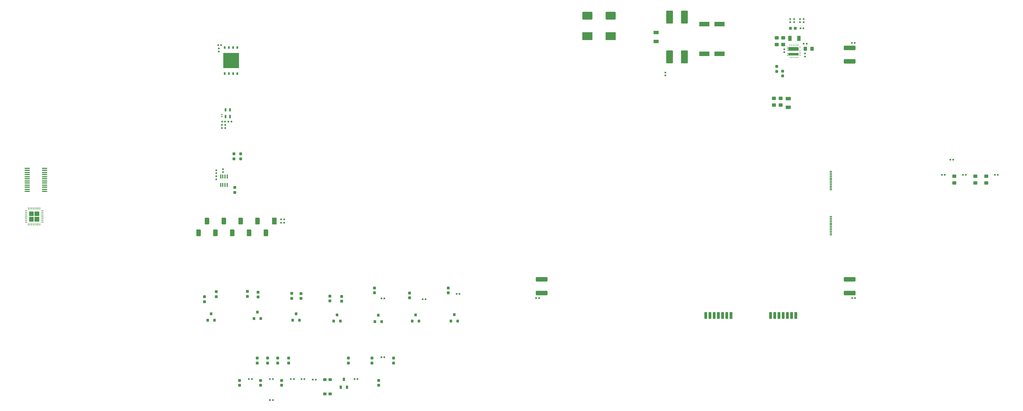
<source format=gtp>
G04*
G04 #@! TF.GenerationSoftware,Altium Limited,Altium Designer,24.10.1 (45)*
G04*
G04 Layer_Color=8421504*
%FSLAX44Y44*%
%MOMM*%
G71*
G04*
G04 #@! TF.SameCoordinates,24BC4850-7E81-497A-B660-34607D59122C*
G04*
G04*
G04 #@! TF.FilePolarity,Positive*
G04*
G01*
G75*
%ADD19R,0.4064X0.3048*%
%ADD20R,0.6492X0.2992*%
G04:AMPARAMS|DCode=21|XSize=1.9812mm|YSize=0.8382mm|CornerRadius=0.1213mm|HoleSize=0mm|Usage=FLASHONLY|Rotation=270.000|XOffset=0mm|YOffset=0mm|HoleType=Round|Shape=RoundedRectangle|*
%AMROUNDEDRECTD21*
21,1,1.9812,0.5956,0,0,270.0*
21,1,1.7386,0.8382,0,0,270.0*
1,1,0.2426,-0.2978,-0.8693*
1,1,0.2426,-0.2978,0.8693*
1,1,0.2426,0.2978,0.8693*
1,1,0.2426,0.2978,-0.8693*
%
%ADD21ROUNDEDRECTD21*%
G04:AMPARAMS|DCode=22|XSize=1.9812mm|YSize=0.8382mm|CornerRadius=0.0191mm|HoleSize=0mm|Usage=FLASHONLY|Rotation=270.000|XOffset=0mm|YOffset=0mm|HoleType=Round|Shape=RoundedRectangle|*
%AMROUNDEDRECTD22*
21,1,1.9812,0.8001,0,0,270.0*
21,1,1.9431,0.8382,0,0,270.0*
1,1,0.0381,-0.4001,-0.9716*
1,1,0.0381,-0.4001,0.9716*
1,1,0.0381,0.4001,0.9716*
1,1,0.0381,0.4001,-0.9716*
%
%ADD22ROUNDEDRECTD22*%
G04:AMPARAMS|DCode=23|XSize=0.508mm|YSize=0.508mm|CornerRadius=0.1524mm|HoleSize=0mm|Usage=FLASHONLY|Rotation=90.000|XOffset=0mm|YOffset=0mm|HoleType=Round|Shape=RoundedRectangle|*
%AMROUNDEDRECTD23*
21,1,0.5080,0.2032,0,0,90.0*
21,1,0.2032,0.5080,0,0,90.0*
1,1,0.3048,0.1016,0.1016*
1,1,0.3048,0.1016,-0.1016*
1,1,0.3048,-0.1016,-0.1016*
1,1,0.3048,-0.1016,0.1016*
%
%ADD23ROUNDEDRECTD23*%
G04:AMPARAMS|DCode=24|XSize=0.508mm|YSize=0.508mm|CornerRadius=0.127mm|HoleSize=0mm|Usage=FLASHONLY|Rotation=90.000|XOffset=0mm|YOffset=0mm|HoleType=Round|Shape=RoundedRectangle|*
%AMROUNDEDRECTD24*
21,1,0.5080,0.2540,0,0,90.0*
21,1,0.2540,0.5080,0,0,90.0*
1,1,0.2540,0.1270,0.1270*
1,1,0.2540,0.1270,-0.1270*
1,1,0.2540,-0.1270,-0.1270*
1,1,0.2540,-0.1270,0.1270*
%
%ADD24ROUNDEDRECTD24*%
G04:AMPARAMS|DCode=25|XSize=1.2192mm|YSize=0.9652mm|CornerRadius=0.1016mm|HoleSize=0mm|Usage=FLASHONLY|Rotation=180.000|XOffset=0mm|YOffset=0mm|HoleType=Round|Shape=RoundedRectangle|*
%AMROUNDEDRECTD25*
21,1,1.2192,0.7620,0,0,180.0*
21,1,1.0160,0.9652,0,0,180.0*
1,1,0.2032,-0.5080,0.3810*
1,1,0.2032,0.5080,0.3810*
1,1,0.2032,0.5080,-0.3810*
1,1,0.2032,-0.5080,-0.3810*
%
%ADD25ROUNDEDRECTD25*%
G04:AMPARAMS|DCode=26|XSize=1.5748mm|YSize=1.0668mm|CornerRadius=0.1143mm|HoleSize=0mm|Usage=FLASHONLY|Rotation=0.000|XOffset=0mm|YOffset=0mm|HoleType=Round|Shape=RoundedRectangle|*
%AMROUNDEDRECTD26*
21,1,1.5748,0.8382,0,0,0.0*
21,1,1.3462,1.0668,0,0,0.0*
1,1,0.2286,0.6731,-0.4191*
1,1,0.2286,-0.6731,-0.4191*
1,1,0.2286,-0.6731,0.4191*
1,1,0.2286,0.6731,0.4191*
%
%ADD26ROUNDEDRECTD26*%
G04:AMPARAMS|DCode=27|XSize=0.8992mm|YSize=0.8992mm|CornerRadius=0.1504mm|HoleSize=0mm|Usage=FLASHONLY|Rotation=180.000|XOffset=0mm|YOffset=0mm|HoleType=Round|Shape=RoundedRectangle|*
%AMROUNDEDRECTD27*
21,1,0.8992,0.5985,0,0,180.0*
21,1,0.5985,0.8992,0,0,180.0*
1,1,0.3007,-0.2993,0.2993*
1,1,0.3007,0.2993,0.2993*
1,1,0.3007,0.2993,-0.2993*
1,1,0.3007,-0.2993,-0.2993*
%
%ADD27ROUNDEDRECTD27*%
G04:AMPARAMS|DCode=28|XSize=0.1992mm|YSize=0.3992mm|CornerRadius=0.0059mm|HoleSize=0mm|Usage=FLASHONLY|Rotation=270.000|XOffset=0mm|YOffset=0mm|HoleType=Round|Shape=RoundedRectangle|*
%AMROUNDEDRECTD28*
21,1,0.1992,0.3875,0,0,270.0*
21,1,0.1875,0.3992,0,0,270.0*
1,1,0.0117,-0.1938,-0.0938*
1,1,0.0117,-0.1938,0.0938*
1,1,0.0117,0.1938,0.0938*
1,1,0.0117,0.1938,-0.0938*
%
%ADD28ROUNDEDRECTD28*%
G04:AMPARAMS|DCode=29|XSize=0.3992mm|YSize=0.1992mm|CornerRadius=0.0059mm|HoleSize=0mm|Usage=FLASHONLY|Rotation=270.000|XOffset=0mm|YOffset=0mm|HoleType=Round|Shape=RoundedRectangle|*
%AMROUNDEDRECTD29*
21,1,0.3992,0.1875,0,0,270.0*
21,1,0.3875,0.1992,0,0,270.0*
1,1,0.0117,-0.0938,-0.1938*
1,1,0.0117,-0.0938,0.1938*
1,1,0.0117,0.0938,0.1938*
1,1,0.0117,0.0938,-0.1938*
%
%ADD29ROUNDEDRECTD29*%
G04:AMPARAMS|DCode=30|XSize=0.3992mm|YSize=0.1992mm|CornerRadius=0mm|HoleSize=0mm|Usage=FLASHONLY|Rotation=270.000|XOffset=0mm|YOffset=0mm|HoleType=Round|Shape=RoundedRectangle|*
%AMROUNDEDRECTD30*
21,1,0.3992,0.1992,0,0,270.0*
21,1,0.3992,0.1992,0,0,270.0*
1,1,0.0000,-0.0996,-0.1996*
1,1,0.0000,-0.0996,0.1996*
1,1,0.0000,0.0996,0.1996*
1,1,0.0000,0.0996,-0.1996*
%
%ADD30ROUNDEDRECTD30*%
G04:AMPARAMS|DCode=31|XSize=0.1778mm|YSize=0.254mm|CornerRadius=0.0032mm|HoleSize=0mm|Usage=FLASHONLY|Rotation=270.000|XOffset=0mm|YOffset=0mm|HoleType=Round|Shape=RoundedRectangle|*
%AMROUNDEDRECTD31*
21,1,0.1778,0.2477,0,0,270.0*
21,1,0.1715,0.2540,0,0,270.0*
1,1,0.0064,-0.1238,-0.0857*
1,1,0.0064,-0.1238,0.0857*
1,1,0.0064,0.1238,0.0857*
1,1,0.0064,0.1238,-0.0857*
%
%ADD31ROUNDEDRECTD31*%
G04:AMPARAMS|DCode=32|XSize=1.6002mm|YSize=0.3556mm|CornerRadius=0.0417mm|HoleSize=0mm|Usage=FLASHONLY|Rotation=0.000|XOffset=0mm|YOffset=0mm|HoleType=Round|Shape=RoundedRectangle|*
%AMROUNDEDRECTD32*
21,1,1.6002,0.2723,0,0,0.0*
21,1,1.5169,0.3556,0,0,0.0*
1,1,0.0833,0.7584,-0.1361*
1,1,0.0833,-0.7584,-0.1361*
1,1,0.0833,-0.7584,0.1361*
1,1,0.0833,0.7584,0.1361*
%
%ADD32ROUNDEDRECTD32*%
G04:AMPARAMS|DCode=33|XSize=1.6002mm|YSize=0.3556mm|CornerRadius=0mm|HoleSize=0mm|Usage=FLASHONLY|Rotation=0.000|XOffset=0mm|YOffset=0mm|HoleType=Round|Shape=RoundedRectangle|*
%AMROUNDEDRECTD33*
21,1,1.6002,0.3556,0,0,0.0*
21,1,1.6002,0.3556,0,0,0.0*
1,1,0.0000,0.8001,-0.1778*
1,1,0.0000,-0.8001,-0.1778*
1,1,0.0000,-0.8001,0.1778*
1,1,0.0000,0.8001,0.1778*
%
%ADD33ROUNDEDRECTD33*%
G04:AMPARAMS|DCode=34|XSize=0.2032mm|YSize=0.7112mm|CornerRadius=0.0165mm|HoleSize=0mm|Usage=FLASHONLY|Rotation=180.000|XOffset=0mm|YOffset=0mm|HoleType=Round|Shape=RoundedRectangle|*
%AMROUNDEDRECTD34*
21,1,0.2032,0.6782,0,0,180.0*
21,1,0.1702,0.7112,0,0,180.0*
1,1,0.0330,-0.0851,0.3391*
1,1,0.0330,0.0851,0.3391*
1,1,0.0330,0.0851,-0.3391*
1,1,0.0330,-0.0851,-0.3391*
%
%ADD34ROUNDEDRECTD34*%
G04:AMPARAMS|DCode=35|XSize=0.2032mm|YSize=0.7112mm|CornerRadius=0.0165mm|HoleSize=0mm|Usage=FLASHONLY|Rotation=270.000|XOffset=0mm|YOffset=0mm|HoleType=Round|Shape=RoundedRectangle|*
%AMROUNDEDRECTD35*
21,1,0.2032,0.6782,0,0,270.0*
21,1,0.1702,0.7112,0,0,270.0*
1,1,0.0330,-0.3391,-0.0851*
1,1,0.0330,-0.3391,0.0851*
1,1,0.0330,0.3391,0.0851*
1,1,0.0330,0.3391,-0.0851*
%
%ADD35ROUNDEDRECTD35*%
G04:AMPARAMS|DCode=36|XSize=0.2032mm|YSize=0.7112mm|CornerRadius=0mm|HoleSize=0mm|Usage=FLASHONLY|Rotation=270.000|XOffset=0mm|YOffset=0mm|HoleType=Round|Shape=RoundedRectangle|*
%AMROUNDEDRECTD36*
21,1,0.2032,0.7112,0,0,270.0*
21,1,0.2032,0.7112,0,0,270.0*
1,1,0.0000,-0.3556,-0.1016*
1,1,0.0000,-0.3556,0.1016*
1,1,0.0000,0.3556,0.1016*
1,1,0.0000,0.3556,-0.1016*
%
%ADD36ROUNDEDRECTD36*%
G04:AMPARAMS|DCode=37|XSize=0.508mm|YSize=0.508mm|CornerRadius=0.1524mm|HoleSize=0mm|Usage=FLASHONLY|Rotation=0.000|XOffset=0mm|YOffset=0mm|HoleType=Round|Shape=RoundedRectangle|*
%AMROUNDEDRECTD37*
21,1,0.5080,0.2032,0,0,0.0*
21,1,0.2032,0.5080,0,0,0.0*
1,1,0.3048,0.1016,-0.1016*
1,1,0.3048,-0.1016,-0.1016*
1,1,0.3048,-0.1016,0.1016*
1,1,0.3048,0.1016,0.1016*
%
%ADD37ROUNDEDRECTD37*%
G04:AMPARAMS|DCode=38|XSize=0.508mm|YSize=0.508mm|CornerRadius=0.127mm|HoleSize=0mm|Usage=FLASHONLY|Rotation=180.000|XOffset=0mm|YOffset=0mm|HoleType=Round|Shape=RoundedRectangle|*
%AMROUNDEDRECTD38*
21,1,0.5080,0.2540,0,0,180.0*
21,1,0.2540,0.5080,0,0,180.0*
1,1,0.2540,-0.1270,0.1270*
1,1,0.2540,0.1270,0.1270*
1,1,0.2540,0.1270,-0.1270*
1,1,0.2540,-0.1270,-0.1270*
%
%ADD38ROUNDEDRECTD38*%
G04:AMPARAMS|DCode=39|XSize=1.5748mm|YSize=1.0668mm|CornerRadius=0.1143mm|HoleSize=0mm|Usage=FLASHONLY|Rotation=90.000|XOffset=0mm|YOffset=0mm|HoleType=Round|Shape=RoundedRectangle|*
%AMROUNDEDRECTD39*
21,1,1.5748,0.8382,0,0,90.0*
21,1,1.3462,1.0668,0,0,90.0*
1,1,0.2286,0.4191,0.6731*
1,1,0.2286,0.4191,-0.6731*
1,1,0.2286,-0.4191,-0.6731*
1,1,0.2286,-0.4191,0.6731*
%
%ADD39ROUNDEDRECTD39*%
G04:AMPARAMS|DCode=40|XSize=1.2192mm|YSize=0.9652mm|CornerRadius=0.1016mm|HoleSize=0mm|Usage=FLASHONLY|Rotation=90.000|XOffset=0mm|YOffset=0mm|HoleType=Round|Shape=RoundedRectangle|*
%AMROUNDEDRECTD40*
21,1,1.2192,0.7620,0,0,90.0*
21,1,1.0160,0.9652,0,0,90.0*
1,1,0.2032,0.3810,0.5080*
1,1,0.2032,0.3810,-0.5080*
1,1,0.2032,-0.3810,-0.5080*
1,1,0.2032,-0.3810,0.5080*
%
%ADD40ROUNDEDRECTD40*%
G04:AMPARAMS|DCode=41|XSize=0.8992mm|YSize=0.8992mm|CornerRadius=0.1504mm|HoleSize=0mm|Usage=FLASHONLY|Rotation=90.000|XOffset=0mm|YOffset=0mm|HoleType=Round|Shape=RoundedRectangle|*
%AMROUNDEDRECTD41*
21,1,0.8992,0.5985,0,0,90.0*
21,1,0.5985,0.8992,0,0,90.0*
1,1,0.3007,0.2993,0.2993*
1,1,0.3007,0.2993,-0.2993*
1,1,0.3007,-0.2993,-0.2993*
1,1,0.3007,-0.2993,0.2993*
%
%ADD41ROUNDEDRECTD41*%
%ADD42R,4.7752X4.6482*%
G04:AMPARAMS|DCode=43|XSize=0.762mm|YSize=0.4572mm|CornerRadius=0.0381mm|HoleSize=0mm|Usage=FLASHONLY|Rotation=90.000|XOffset=0mm|YOffset=0mm|HoleType=Round|Shape=RoundedRectangle|*
%AMROUNDEDRECTD43*
21,1,0.7620,0.3810,0,0,90.0*
21,1,0.6858,0.4572,0,0,90.0*
1,1,0.0762,0.1905,0.3429*
1,1,0.0762,0.1905,-0.3429*
1,1,0.0762,-0.1905,-0.3429*
1,1,0.0762,-0.1905,0.3429*
%
%ADD43ROUNDEDRECTD43*%
G04:AMPARAMS|DCode=44|XSize=0.762mm|YSize=0.4572mm|CornerRadius=0mm|HoleSize=0mm|Usage=FLASHONLY|Rotation=90.000|XOffset=0mm|YOffset=0mm|HoleType=Round|Shape=RoundedRectangle|*
%AMROUNDEDRECTD44*
21,1,0.7620,0.4572,0,0,90.0*
21,1,0.7620,0.4572,0,0,90.0*
1,1,0.0000,0.2286,0.3810*
1,1,0.0000,0.2286,-0.3810*
1,1,0.0000,-0.2286,-0.3810*
1,1,0.0000,-0.2286,0.3810*
%
%ADD44ROUNDEDRECTD44*%
G04:AMPARAMS|DCode=45|XSize=0.508mm|YSize=0.508mm|CornerRadius=0.0254mm|HoleSize=0mm|Usage=FLASHONLY|Rotation=90.000|XOffset=0mm|YOffset=0mm|HoleType=Round|Shape=RoundedRectangle|*
%AMROUNDEDRECTD45*
21,1,0.5080,0.4572,0,0,90.0*
21,1,0.4572,0.5080,0,0,90.0*
1,1,0.0508,0.2286,0.2286*
1,1,0.0508,0.2286,-0.2286*
1,1,0.0508,-0.2286,-0.2286*
1,1,0.0508,-0.2286,0.2286*
%
%ADD45ROUNDEDRECTD45*%
G04:AMPARAMS|DCode=46|XSize=0.762mm|YSize=0.8382mm|CornerRadius=0.1087mm|HoleSize=0mm|Usage=FLASHONLY|Rotation=0.000|XOffset=0mm|YOffset=0mm|HoleType=Round|Shape=RoundedRectangle|*
%AMROUNDEDRECTD46*
21,1,0.7620,0.6208,0,0,0.0*
21,1,0.5446,0.8382,0,0,0.0*
1,1,0.2174,0.2723,-0.3104*
1,1,0.2174,-0.2723,-0.3104*
1,1,0.2174,-0.2723,0.3104*
1,1,0.2174,0.2723,0.3104*
%
%ADD46ROUNDEDRECTD46*%
G04:AMPARAMS|DCode=47|XSize=0.762mm|YSize=0.8382mm|CornerRadius=0.0152mm|HoleSize=0mm|Usage=FLASHONLY|Rotation=0.000|XOffset=0mm|YOffset=0mm|HoleType=Round|Shape=RoundedRectangle|*
%AMROUNDEDRECTD47*
21,1,0.7620,0.8077,0,0,0.0*
21,1,0.7315,0.8382,0,0,0.0*
1,1,0.0305,0.3658,-0.4039*
1,1,0.0305,-0.3658,-0.4039*
1,1,0.0305,-0.3658,0.4039*
1,1,0.0305,0.3658,0.4039*
%
%ADD47ROUNDEDRECTD47*%
G04:AMPARAMS|DCode=48|XSize=1.143mm|YSize=0.4064mm|CornerRadius=0.05mm|HoleSize=0mm|Usage=FLASHONLY|Rotation=270.000|XOffset=0mm|YOffset=0mm|HoleType=Round|Shape=RoundedRectangle|*
%AMROUNDEDRECTD48*
21,1,1.1430,0.3063,0,0,270.0*
21,1,1.0429,0.4064,0,0,270.0*
1,1,0.1001,-0.1532,-0.5215*
1,1,0.1001,-0.1532,0.5215*
1,1,0.1001,0.1532,0.5215*
1,1,0.1001,0.1532,-0.5215*
%
%ADD48ROUNDEDRECTD48*%
G04:AMPARAMS|DCode=49|XSize=1.143mm|YSize=0.4064mm|CornerRadius=0mm|HoleSize=0mm|Usage=FLASHONLY|Rotation=90.000|XOffset=0mm|YOffset=0mm|HoleType=Round|Shape=RoundedRectangle|*
%AMROUNDEDRECTD49*
21,1,1.1430,0.4064,0,0,90.0*
21,1,1.1430,0.4064,0,0,90.0*
1,1,0.0000,0.2032,0.5715*
1,1,0.0000,0.2032,-0.5715*
1,1,0.0000,-0.2032,-0.5715*
1,1,0.0000,-0.2032,0.5715*
%
%ADD49ROUNDEDRECTD49*%
G04:AMPARAMS|DCode=50|XSize=1.016mm|YSize=0.4572mm|CornerRadius=0.0584mm|HoleSize=0mm|Usage=FLASHONLY|Rotation=90.000|XOffset=0mm|YOffset=0mm|HoleType=Round|Shape=RoundedRectangle|*
%AMROUNDEDRECTD50*
21,1,1.0160,0.3404,0,0,90.0*
21,1,0.8992,0.4572,0,0,90.0*
1,1,0.1168,0.1702,0.4496*
1,1,0.1168,0.1702,-0.4496*
1,1,0.1168,-0.1702,-0.4496*
1,1,0.1168,-0.1702,0.4496*
%
%ADD50ROUNDEDRECTD50*%
G04:AMPARAMS|DCode=51|XSize=1.016mm|YSize=0.4572mm|CornerRadius=0mm|HoleSize=0mm|Usage=FLASHONLY|Rotation=90.000|XOffset=0mm|YOffset=0mm|HoleType=Round|Shape=RoundedRectangle|*
%AMROUNDEDRECTD51*
21,1,1.0160,0.4572,0,0,90.0*
21,1,1.0160,0.4572,0,0,90.0*
1,1,0.0000,0.2286,0.5080*
1,1,0.0000,0.2286,-0.5080*
1,1,0.0000,-0.2286,-0.5080*
1,1,0.0000,-0.2286,0.5080*
%
%ADD51ROUNDEDRECTD51*%
G04:AMPARAMS|DCode=52|XSize=0.6604mm|YSize=0.9652mm|CornerRadius=0.0102mm|HoleSize=0mm|Usage=FLASHONLY|Rotation=0.000|XOffset=0mm|YOffset=0mm|HoleType=Round|Shape=RoundedRectangle|*
%AMROUNDEDRECTD52*
21,1,0.6604,0.9449,0,0,0.0*
21,1,0.6401,0.9652,0,0,0.0*
1,1,0.0203,0.3200,-0.4724*
1,1,0.0203,-0.3200,-0.4724*
1,1,0.0203,-0.3200,0.4724*
1,1,0.0203,0.3200,0.4724*
%
%ADD52ROUNDEDRECTD52*%
G04:AMPARAMS|DCode=53|XSize=0.6604mm|YSize=0.9652mm|CornerRadius=0.0635mm|HoleSize=0mm|Usage=FLASHONLY|Rotation=0.000|XOffset=0mm|YOffset=0mm|HoleType=Round|Shape=RoundedRectangle|*
%AMROUNDEDRECTD53*
21,1,0.6604,0.8382,0,0,0.0*
21,1,0.5334,0.9652,0,0,0.0*
1,1,0.1270,0.2667,-0.4191*
1,1,0.1270,-0.2667,-0.4191*
1,1,0.1270,-0.2667,0.4191*
1,1,0.1270,0.2667,0.4191*
%
%ADD53ROUNDEDRECTD53*%
G04:AMPARAMS|DCode=54|XSize=0.8382mm|YSize=0.9652mm|CornerRadius=0.0857mm|HoleSize=0mm|Usage=FLASHONLY|Rotation=90.000|XOffset=0mm|YOffset=0mm|HoleType=Round|Shape=RoundedRectangle|*
%AMROUNDEDRECTD54*
21,1,0.8382,0.7938,0,0,90.0*
21,1,0.6668,0.9652,0,0,90.0*
1,1,0.1715,0.3969,0.3334*
1,1,0.1715,0.3969,-0.3334*
1,1,0.1715,-0.3969,-0.3334*
1,1,0.1715,-0.3969,0.3334*
%
%ADD54ROUNDEDRECTD54*%
G04:AMPARAMS|DCode=55|XSize=1.3716mm|YSize=1.9812mm|CornerRadius=0.1524mm|HoleSize=0mm|Usage=FLASHONLY|Rotation=180.000|XOffset=0mm|YOffset=0mm|HoleType=Round|Shape=RoundedRectangle|*
%AMROUNDEDRECTD55*
21,1,1.3716,1.6764,0,0,180.0*
21,1,1.0668,1.9812,0,0,180.0*
1,1,0.3048,-0.5334,0.8382*
1,1,0.3048,0.5334,0.8382*
1,1,0.3048,0.5334,-0.8382*
1,1,0.3048,-0.5334,-0.8382*
%
%ADD55ROUNDEDRECTD55*%
G04:AMPARAMS|DCode=56|XSize=1.3716mm|YSize=1.9812mm|CornerRadius=0.0457mm|HoleSize=0mm|Usage=FLASHONLY|Rotation=180.000|XOffset=0mm|YOffset=0mm|HoleType=Round|Shape=RoundedRectangle|*
%AMROUNDEDRECTD56*
21,1,1.3716,1.8898,0,0,180.0*
21,1,1.2802,1.9812,0,0,180.0*
1,1,0.0914,-0.6401,0.9449*
1,1,0.0914,0.6401,0.9449*
1,1,0.0914,0.6401,-0.9449*
1,1,0.0914,-0.6401,-0.9449*
%
%ADD56ROUNDEDRECTD56*%
G04:AMPARAMS|DCode=57|XSize=3.1242mm|YSize=2.413mm|CornerRadius=0.0978mm|HoleSize=0mm|Usage=FLASHONLY|Rotation=180.000|XOffset=0mm|YOffset=0mm|HoleType=Round|Shape=RoundedRectangle|*
%AMROUNDEDRECTD57*
21,1,3.1242,2.2174,0,0,180.0*
21,1,2.9286,2.4130,0,0,180.0*
1,1,0.1956,-1.4643,1.1087*
1,1,0.1956,1.4643,1.1087*
1,1,0.1956,1.4643,-1.1087*
1,1,0.1956,-1.4643,-1.1087*
%
%ADD57ROUNDEDRECTD57*%
G04:AMPARAMS|DCode=58|XSize=3.1242mm|YSize=2.413mm|CornerRadius=0.3811mm|HoleSize=0mm|Usage=FLASHONLY|Rotation=180.000|XOffset=0mm|YOffset=0mm|HoleType=Round|Shape=RoundedRectangle|*
%AMROUNDEDRECTD58*
21,1,3.1242,1.6508,0,0,180.0*
21,1,2.3620,2.4130,0,0,180.0*
1,1,0.7623,-1.1810,0.8254*
1,1,0.7623,1.1810,0.8254*
1,1,0.7623,1.1810,-0.8254*
1,1,0.7623,-1.1810,-0.8254*
%
%ADD58ROUNDEDRECTD58*%
G04:AMPARAMS|DCode=59|XSize=1.9812mm|YSize=3.9116mm|CornerRadius=0.0762mm|HoleSize=0mm|Usage=FLASHONLY|Rotation=180.000|XOffset=0mm|YOffset=0mm|HoleType=Round|Shape=RoundedRectangle|*
%AMROUNDEDRECTD59*
21,1,1.9812,3.7592,0,0,180.0*
21,1,1.8288,3.9116,0,0,180.0*
1,1,0.1524,-0.9144,1.8796*
1,1,0.1524,0.9144,1.8796*
1,1,0.1524,0.9144,-1.8796*
1,1,0.1524,-0.9144,-1.8796*
%
%ADD59ROUNDEDRECTD59*%
G04:AMPARAMS|DCode=60|XSize=1.9812mm|YSize=3.9116mm|CornerRadius=0.2286mm|HoleSize=0mm|Usage=FLASHONLY|Rotation=180.000|XOffset=0mm|YOffset=0mm|HoleType=Round|Shape=RoundedRectangle|*
%AMROUNDEDRECTD60*
21,1,1.9812,3.4544,0,0,180.0*
21,1,1.5240,3.9116,0,0,180.0*
1,1,0.4572,-0.7620,1.7272*
1,1,0.4572,0.7620,1.7272*
1,1,0.4572,0.7620,-1.7272*
1,1,0.4572,-0.7620,-1.7272*
%
%ADD60ROUNDEDRECTD60*%
%ADD61R,3.0988X1.4478*%
G04:AMPARAMS|DCode=62|XSize=1.3462mm|YSize=3.5052mm|CornerRadius=0.1492mm|HoleSize=0mm|Usage=FLASHONLY|Rotation=270.000|XOffset=0mm|YOffset=0mm|HoleType=Round|Shape=RoundedRectangle|*
%AMROUNDEDRECTD62*
21,1,1.3462,3.2068,0,0,270.0*
21,1,1.0478,3.5052,0,0,270.0*
1,1,0.2985,-1.6034,-0.5239*
1,1,0.2985,-1.6034,0.5239*
1,1,0.2985,1.6034,0.5239*
1,1,0.2985,1.6034,-0.5239*
%
%ADD62ROUNDEDRECTD62*%
G36*
X3320104Y2397090D02*
Y2397090D01*
D01*
X3320113Y2397024D01*
X3320138Y2396962D01*
X3320179Y2396909D01*
X3320232Y2396868D01*
X3320294Y2396843D01*
X3320360Y2396834D01*
D01*
X3320360D01*
X3348267D01*
X3351104Y2394470D01*
Y2385296D01*
X3317316D01*
Y2387284D01*
X3320360D01*
X3320426Y2387293D01*
X3320488Y2387318D01*
X3320541Y2387359D01*
X3320582Y2387412D01*
X3320608Y2387474D01*
X3320616Y2387540D01*
Y2390040D01*
X3320608Y2390106D01*
X3320582Y2390168D01*
X3320541Y2390221D01*
X3320488Y2390262D01*
X3320426Y2390287D01*
X3320360Y2390296D01*
X3317316D01*
Y2392284D01*
X3320360D01*
X3320426Y2392292D01*
X3320488Y2392318D01*
X3320541Y2392359D01*
X3320582Y2392412D01*
X3320608Y2392474D01*
X3320616Y2392540D01*
Y2395040D01*
X3320608Y2395106D01*
X3320582Y2395168D01*
X3320541Y2395221D01*
X3320488Y2395262D01*
X3320426Y2395287D01*
X3320360Y2395296D01*
X3317316D01*
Y2397284D01*
X3320104Y2397284D01*
Y2397090D01*
D02*
G37*
G36*
X3351104Y2370746D02*
X3320360D01*
X3320294Y2370737D01*
X3320232Y2370712D01*
X3320179Y2370671D01*
X3320139Y2370618D01*
X3320113Y2370556D01*
X3320104Y2370490D01*
Y2370346D01*
X3317317D01*
Y2372334D01*
X3320360D01*
X3320427Y2372343D01*
X3320488Y2372368D01*
X3320541Y2372409D01*
X3320582Y2372462D01*
X3320608Y2372524D01*
X3320616Y2372590D01*
Y2375090D01*
X3320608Y2375156D01*
X3320582Y2375218D01*
X3320541Y2375271D01*
X3320488Y2375312D01*
X3320427Y2375337D01*
X3320360Y2375346D01*
X3317317D01*
Y2377334D01*
X3320360D01*
X3320427Y2377343D01*
X3320488Y2377368D01*
X3320541Y2377409D01*
X3320582Y2377462D01*
X3320608Y2377524D01*
X3320616Y2377590D01*
Y2378784D01*
X3351104D01*
Y2370746D01*
D02*
G37*
G36*
X1059196Y1885680D02*
X1044940D01*
Y1899936D01*
X1059196D01*
Y1885680D01*
D02*
G37*
G36*
X1042940D02*
X1028684D01*
Y1899936D01*
X1042940D01*
Y1885680D01*
D02*
G37*
G36*
X1059196Y1869424D02*
X1044940D01*
Y1883680D01*
X1059196D01*
Y1869424D01*
D02*
G37*
G36*
X1042940D02*
X1028684D01*
Y1883680D01*
X1042940D01*
Y1869424D01*
D02*
G37*
D19*
X1610360Y2192655D02*
D03*
Y2186813D02*
D03*
D20*
X3448640Y1884308D02*
D03*
Y1879308D02*
D03*
Y1874308D02*
D03*
X3448640Y1869308D02*
D03*
Y1864308D02*
D03*
X3448640Y1859308D02*
D03*
Y1854308D02*
D03*
Y1849308D02*
D03*
Y1844308D02*
D03*
Y1839308D02*
D03*
Y1834308D02*
D03*
Y1829308D02*
D03*
X3448640Y2020680D02*
D03*
Y2015680D02*
D03*
Y2010680D02*
D03*
Y2005680D02*
D03*
Y2000680D02*
D03*
Y1995680D02*
D03*
Y1990680D02*
D03*
Y1985680D02*
D03*
Y1980680D02*
D03*
X3448640Y1975680D02*
D03*
X3448640Y1970680D02*
D03*
X3448640Y1965680D02*
D03*
D21*
X3070860Y1585214D02*
D03*
X3083560D02*
D03*
X3096260D02*
D03*
X3134360D02*
D03*
X3121660D02*
D03*
X3108960D02*
D03*
X3266440D02*
D03*
X3279140D02*
D03*
X3291840D02*
D03*
X3329940D02*
D03*
X3317240D02*
D03*
X3304540D02*
D03*
D22*
X3147060D02*
D03*
X3342640D02*
D03*
D23*
X3818175Y2056050D02*
D03*
X3809285D02*
D03*
X3792855Y2010410D02*
D03*
X3783965D02*
D03*
X3366135Y2453640D02*
D03*
X3357245D02*
D03*
X1764665Y1329690D02*
D03*
X2101215Y1459230D02*
D03*
X1894205Y1391920D02*
D03*
X3521075Y2409190D02*
D03*
X3512185D02*
D03*
X3521710Y1638300D02*
D03*
X3512820D02*
D03*
X2559050D02*
D03*
X2567940D02*
D03*
D24*
X3943985Y2010410D02*
D03*
X3952875D02*
D03*
X3847465D02*
D03*
X3856355D02*
D03*
X3366897Y2406904D02*
D03*
X3375787D02*
D03*
X1619965Y2171700D02*
D03*
X1611075D02*
D03*
X1630125D02*
D03*
X1639015D02*
D03*
X1608455Y2402840D02*
D03*
X1599565D02*
D03*
X2011045Y1393190D02*
D03*
X2019935D02*
D03*
X1851025D02*
D03*
X1859915D02*
D03*
X1819275D02*
D03*
X1828165D02*
D03*
X1755775D02*
D03*
X1764665D02*
D03*
X1692275D02*
D03*
X1701165D02*
D03*
X1789430Y1875790D02*
D03*
X1798320D02*
D03*
X1789430Y1865630D02*
D03*
X1798320D02*
D03*
X2319020Y1651000D02*
D03*
X2327910D02*
D03*
X2216785Y1634490D02*
D03*
X2225675D02*
D03*
X2092325Y1637030D02*
D03*
X2101215D02*
D03*
D25*
X3917950Y1986280D02*
D03*
Y2006600D02*
D03*
X3884930Y1986280D02*
D03*
Y2006600D02*
D03*
X3821430Y1986280D02*
D03*
Y2006600D02*
D03*
X3296920Y2241550D02*
D03*
Y2221230D02*
D03*
X3276600Y2241550D02*
D03*
Y2221230D02*
D03*
X3304540Y2404110D02*
D03*
Y2424430D02*
D03*
X3285490Y2404110D02*
D03*
Y2424430D02*
D03*
D26*
X3319780Y2214118D02*
D03*
Y2241042D02*
D03*
X2921000Y2440432D02*
D03*
Y2413508D02*
D03*
D27*
X3303270Y2309230D02*
D03*
Y2323730D02*
D03*
X3285490Y2323200D02*
D03*
Y2337700D02*
D03*
X1647190Y2073540D02*
D03*
Y2059040D02*
D03*
X1649730Y1957440D02*
D03*
Y1971940D02*
D03*
X1667510Y2073540D02*
D03*
Y2059040D02*
D03*
X2128520Y1441820D02*
D03*
Y1456320D02*
D03*
X2063750Y1441820D02*
D03*
Y1456320D02*
D03*
X1992630Y1441820D02*
D03*
Y1456320D02*
D03*
X1812290Y1441820D02*
D03*
Y1456320D02*
D03*
X1779270Y1441820D02*
D03*
Y1456320D02*
D03*
X1748790Y1441820D02*
D03*
Y1456320D02*
D03*
X1717040Y1441820D02*
D03*
Y1456320D02*
D03*
X2084070Y1374510D02*
D03*
Y1389010D02*
D03*
X1790700Y1374510D02*
D03*
Y1389010D02*
D03*
X1727200Y1374510D02*
D03*
Y1389010D02*
D03*
X1663700Y1374510D02*
D03*
Y1389010D02*
D03*
X2293620Y1653910D02*
D03*
Y1668410D02*
D03*
X2176780Y1638670D02*
D03*
Y1653170D02*
D03*
X2071370Y1653910D02*
D03*
Y1668410D02*
D03*
X1936750Y1629410D02*
D03*
Y1643910D02*
D03*
X1821180Y1637400D02*
D03*
Y1651900D02*
D03*
X1687830Y1643380D02*
D03*
Y1657880D02*
D03*
X1558290Y1627240D02*
D03*
Y1641740D02*
D03*
X1972310Y1628510D02*
D03*
Y1643010D02*
D03*
X1849120Y1637030D02*
D03*
Y1651530D02*
D03*
X1719580Y1641210D02*
D03*
Y1655710D02*
D03*
X1593850Y1642480D02*
D03*
Y1656980D02*
D03*
D28*
X3355810Y2396290D02*
D03*
Y2386290D02*
D03*
Y2381290D02*
D03*
Y2376290D02*
D03*
Y2371290D02*
D03*
D29*
X3350060Y2365540D02*
D03*
X3345060D02*
D03*
X3340060D02*
D03*
X3335060D02*
D03*
X3330060D02*
D03*
X3325060D02*
D03*
Y2402040D02*
D03*
X3330060D02*
D03*
X3335060D02*
D03*
X3340060D02*
D03*
X3345060D02*
D03*
D30*
X3350060D02*
D03*
D31*
X3318764Y2396236D02*
D03*
Y2391410D02*
D03*
Y2386330D02*
D03*
Y2376424D02*
D03*
Y2371344D02*
D03*
D32*
X1075370Y2030095D02*
D03*
Y2023745D02*
D03*
Y2017395D02*
D03*
Y2011045D02*
D03*
Y2004695D02*
D03*
Y1998345D02*
D03*
Y1991995D02*
D03*
Y1985645D02*
D03*
Y1979295D02*
D03*
Y1972945D02*
D03*
Y1966595D02*
D03*
Y1960245D02*
D03*
X1022670D02*
D03*
Y1966595D02*
D03*
Y1972945D02*
D03*
Y1979295D02*
D03*
Y1985645D02*
D03*
Y1991995D02*
D03*
Y1998345D02*
D03*
Y2004695D02*
D03*
Y2011045D02*
D03*
Y2017395D02*
D03*
Y2023745D02*
D03*
D33*
Y2030095D02*
D03*
D34*
X1026440Y1909191D02*
D03*
X1031440D02*
D03*
X1036440D02*
D03*
X1041440D02*
D03*
X1046440D02*
D03*
X1051440D02*
D03*
X1056440D02*
D03*
X1061440D02*
D03*
Y1860169D02*
D03*
X1056440D02*
D03*
X1051440D02*
D03*
X1046440D02*
D03*
X1041440D02*
D03*
X1036440D02*
D03*
X1031440D02*
D03*
X1026440D02*
D03*
D35*
X1068451Y1902180D02*
D03*
Y1897180D02*
D03*
Y1892180D02*
D03*
Y1887180D02*
D03*
Y1882180D02*
D03*
Y1877180D02*
D03*
Y1872180D02*
D03*
Y1867180D02*
D03*
X1019429D02*
D03*
Y1872180D02*
D03*
Y1877180D02*
D03*
Y1882180D02*
D03*
Y1887180D02*
D03*
Y1892180D02*
D03*
Y1897180D02*
D03*
D36*
Y1902180D02*
D03*
D37*
X2948940Y2310765D02*
D03*
Y2319655D02*
D03*
X3326130Y2480945D02*
D03*
Y2472055D02*
D03*
X3337560D02*
D03*
Y2480945D02*
D03*
X1620520Y2160905D02*
D03*
Y2152015D02*
D03*
X1614170Y2027555D02*
D03*
Y2018665D02*
D03*
D38*
X3370580Y2367915D02*
D03*
Y2376805D02*
D03*
X3308350Y2390140D02*
D03*
Y2381250D02*
D03*
X3355340Y2472055D02*
D03*
Y2480945D02*
D03*
X3366770Y2480995D02*
D03*
Y2472105D02*
D03*
X1593850Y2015490D02*
D03*
Y2024380D02*
D03*
Y2005965D02*
D03*
Y1997075D02*
D03*
X1610360Y2152015D02*
D03*
Y2160905D02*
D03*
X1601470Y2392045D02*
D03*
Y2383155D02*
D03*
D39*
X3352292Y2423160D02*
D03*
X3325368D02*
D03*
D40*
X3371342Y2391664D02*
D03*
X3391662D02*
D03*
D41*
X3326500Y2453640D02*
D03*
X3341000D02*
D03*
D42*
X1638300Y2355850D02*
D03*
D43*
X1657350Y2395220D02*
D03*
X1644650D02*
D03*
X1631950D02*
D03*
X1619250D02*
D03*
X1657350Y2316480D02*
D03*
X1644650D02*
D03*
X1631950D02*
D03*
D44*
X1619250D02*
D03*
D45*
X1755775Y1329690D02*
D03*
X2092325Y1459230D02*
D03*
X1885315Y1391920D02*
D03*
D46*
X2312416Y1588008D02*
D03*
X2322576Y1568704D02*
D03*
X2195830Y1587500D02*
D03*
X2205990Y1568196D02*
D03*
X2082800Y1586230D02*
D03*
X2092960Y1566926D02*
D03*
X1958340Y1587500D02*
D03*
X1968500Y1568196D02*
D03*
X1834896Y1590548D02*
D03*
X1845056Y1571244D02*
D03*
X1718310Y1595374D02*
D03*
X1728470Y1576070D02*
D03*
X1578610Y1590294D02*
D03*
X1588770Y1570990D02*
D03*
D47*
X2302256Y1568704D02*
D03*
X2185670Y1568196D02*
D03*
X2072640Y1566926D02*
D03*
X1948180Y1568196D02*
D03*
X1824736Y1571244D02*
D03*
X1708150Y1576070D02*
D03*
X1568450Y1570990D02*
D03*
D48*
X1606960Y2005180D02*
D03*
X1613460D02*
D03*
X1619960D02*
D03*
X1626460D02*
D03*
Y1980080D02*
D03*
X1619960D02*
D03*
X1613460D02*
D03*
D49*
X1606960D02*
D03*
D50*
X1621390Y2186940D02*
D03*
X1634890Y2207260D02*
D03*
X1621390D02*
D03*
D51*
X1634890Y2186940D02*
D03*
D52*
X1969262Y1368806D02*
D03*
D53*
X1978660Y1392174D02*
D03*
X1988058Y1368806D02*
D03*
D54*
X1921002Y1348740D02*
D03*
Y1391920D02*
D03*
X1937258Y1348740D02*
D03*
Y1391920D02*
D03*
D55*
X1591310Y1835150D02*
D03*
X1616710Y1870710D02*
D03*
X1540510Y1835150D02*
D03*
X1565910Y1870710D02*
D03*
X1692910Y1835150D02*
D03*
X1718310Y1870710D02*
D03*
X1743710Y1835150D02*
D03*
X1642110Y1835150D02*
D03*
X1667510Y1870710D02*
D03*
D56*
X1769110D02*
D03*
D57*
X2713990Y2429510D02*
D03*
X2783840D02*
D03*
D58*
X2713990Y2491486D02*
D03*
X2783840D02*
D03*
D59*
X3007000Y2366970D02*
D03*
D60*
X2962000D02*
D03*
Y2486970D02*
D03*
X3007000D02*
D03*
D61*
X3112643Y2376170D02*
D03*
X3067177D02*
D03*
X3067177Y2466340D02*
D03*
X3112643D02*
D03*
D62*
X3505200Y2353056D02*
D03*
Y2394204D02*
D03*
Y1694688D02*
D03*
Y1653540D02*
D03*
X2575560Y1694688D02*
D03*
Y1653540D02*
D03*
M02*

</source>
